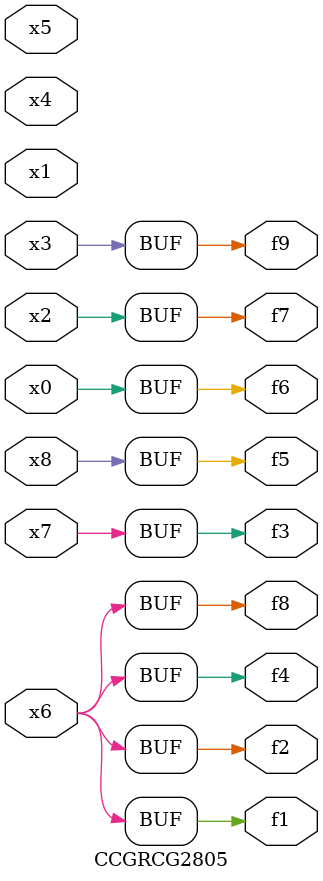
<source format=v>
module CCGRCG2805(
	input x0, x1, x2, x3, x4, x5, x6, x7, x8,
	output f1, f2, f3, f4, f5, f6, f7, f8, f9
);
	assign f1 = x6;
	assign f2 = x6;
	assign f3 = x7;
	assign f4 = x6;
	assign f5 = x8;
	assign f6 = x0;
	assign f7 = x2;
	assign f8 = x6;
	assign f9 = x3;
endmodule

</source>
